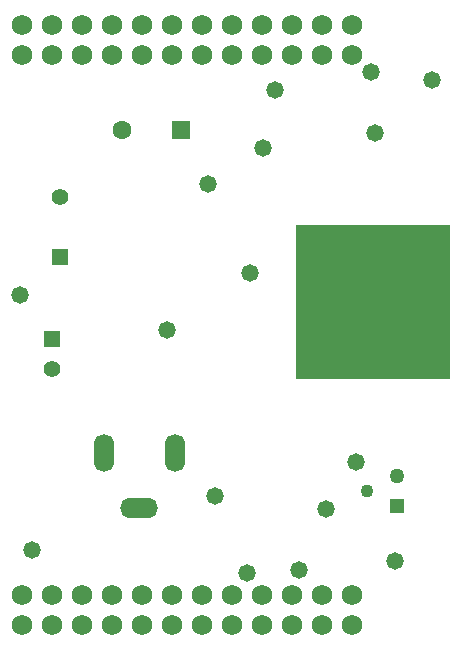
<source format=gbs>
G04*
G04 #@! TF.GenerationSoftware,Altium Limited,Altium Designer,23.6.0 (18)*
G04*
G04 Layer_Color=16711935*
%FSLAX44Y44*%
%MOMM*%
G71*
G04*
G04 #@! TF.SameCoordinates,5EE9EB4A-2ACB-4C3E-BE2F-BD42E06AEEC1*
G04*
G04*
G04 #@! TF.FilePolarity,Negative*
G04*
G01*
G75*
%ADD49C,1.7272*%
%ADD50R,1.2700X1.2700*%
%ADD51C,1.2700*%
%ADD52C,1.4092*%
%ADD53R,1.4092X1.4092*%
%ADD54O,1.7032X3.2032*%
%ADD55C,1.6032*%
%ADD56R,1.6032X1.6032*%
%ADD57O,3.2032X1.7032*%
%ADD58C,1.1032*%
%ADD59C,1.4732*%
%ADD60C,1.2032*%
G36*
X375327Y226543D02*
X245326D01*
X245327Y356543D01*
X375327D01*
Y226543D01*
D02*
G37*
D49*
X292640Y500487D02*
D03*
X267240D02*
D03*
X241840D02*
D03*
X216440D02*
D03*
X191040D02*
D03*
X165640D02*
D03*
X140240D02*
D03*
X114840D02*
D03*
X89440D02*
D03*
X64040D02*
D03*
X38640D02*
D03*
X13240D02*
D03*
X292640Y525887D02*
D03*
X267240D02*
D03*
X241840D02*
D03*
X216440D02*
D03*
X191040D02*
D03*
X165640D02*
D03*
X140240D02*
D03*
X114840D02*
D03*
X89440D02*
D03*
X64040D02*
D03*
X38640D02*
D03*
X13240D02*
D03*
X89448Y43116D02*
D03*
X64048D02*
D03*
X241848D02*
D03*
X216448D02*
D03*
X267248D02*
D03*
X13248D02*
D03*
X38648D02*
D03*
X114848D02*
D03*
X140248D02*
D03*
X165648D02*
D03*
X191048D02*
D03*
X292648D02*
D03*
X13248Y17716D02*
D03*
X38648D02*
D03*
X64048D02*
D03*
X89448D02*
D03*
X114848D02*
D03*
X140248D02*
D03*
X165648D02*
D03*
X191048D02*
D03*
X216448D02*
D03*
X241848D02*
D03*
X267248D02*
D03*
X292648D02*
D03*
D50*
X330536Y118722D02*
D03*
D51*
Y144122D02*
D03*
D52*
X44809Y380227D02*
D03*
X38757Y234870D02*
D03*
D53*
X44809Y329426D02*
D03*
X38757Y259871D02*
D03*
D54*
X142315Y163844D02*
D03*
X82315D02*
D03*
D55*
X98003Y437211D02*
D03*
D56*
X148003D02*
D03*
D57*
X112315Y116844D02*
D03*
D58*
X304989Y131018D02*
D03*
D59*
X21623Y81145D02*
D03*
X227581Y471302D02*
D03*
X308376Y485814D02*
D03*
X359952Y479734D02*
D03*
X312102Y434630D02*
D03*
X217384Y421491D02*
D03*
X170132Y391752D02*
D03*
X11061Y297355D02*
D03*
X205724Y315939D02*
D03*
X135500Y267321D02*
D03*
X176418Y127293D02*
D03*
X203513Y61870D02*
D03*
X247446Y64688D02*
D03*
X270592Y116265D02*
D03*
X295629Y156184D02*
D03*
X328635Y72452D02*
D03*
D60*
X312440Y279097D02*
D03*
X312394Y290636D02*
D03*
Y302086D02*
D03*
M02*

</source>
